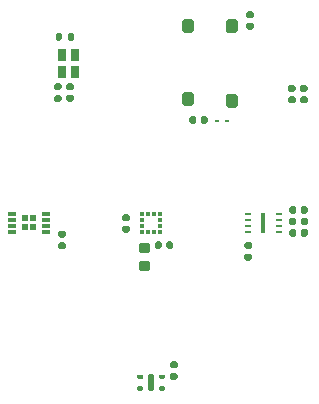
<source format=gbp>
G04 #@! TF.GenerationSoftware,KiCad,Pcbnew,(5.1.7)-1*
G04 #@! TF.CreationDate,2020-11-04T19:15:34+01:00*
G04 #@! TF.ProjectId,generic_node,67656e65-7269-4635-9f6e-6f64652e6b69,2.0.2*
G04 #@! TF.SameCoordinates,PX510ff40PY6422c40*
G04 #@! TF.FileFunction,Paste,Bot*
G04 #@! TF.FilePolarity,Positive*
%FSLAX46Y46*%
G04 Gerber Fmt 4.6, Leading zero omitted, Abs format (unit mm)*
G04 Created by KiCad (PCBNEW (5.1.7)-1) date 2020-11-04 19:15:34*
%MOMM*%
%LPD*%
G01*
G04 APERTURE LIST*
%ADD10R,0.375000X0.350000*%
%ADD11R,0.350000X0.375000*%
%ADD12R,0.750000X0.300000*%
%ADD13R,0.500000X0.600000*%
%ADD14R,0.300000X1.700000*%
%ADD15R,0.600000X0.270000*%
%ADD16R,0.800000X1.000000*%
%ADD17R,0.360000X0.250000*%
G04 APERTURE END LIST*
D10*
X-754500Y-13288803D03*
X-754500Y-13788803D03*
X770500Y-13788803D03*
X770500Y-13288803D03*
D11*
X-742000Y-14301303D03*
X-742000Y-12776303D03*
X758000Y-14301303D03*
X758000Y-12776303D03*
X258000Y-14301303D03*
X-242000Y-14301303D03*
X258000Y-12776303D03*
X-242000Y-12776303D03*
D12*
X-11750000Y-14238803D03*
X-11750000Y-13738803D03*
X-11750000Y-13238803D03*
X-11750000Y-12738803D03*
X-8850000Y-12738803D03*
X-8850000Y-13238803D03*
X-8850000Y-13738803D03*
X-8850000Y-14238803D03*
D13*
X-10625000Y-13863803D03*
X-10625000Y-13113803D03*
X-9975000Y-13863803D03*
X-9975000Y-13113803D03*
G36*
G01*
X275400Y-26437900D02*
X275400Y-27587900D01*
G75*
G02*
X150400Y-27712900I-125000J0D01*
G01*
X-99600Y-27712900D01*
G75*
G02*
X-224600Y-27587900I0J125000D01*
G01*
X-224600Y-26437900D01*
G75*
G02*
X-99600Y-26312900I125000J0D01*
G01*
X150400Y-26312900D01*
G75*
G02*
X275400Y-26437900I0J-125000D01*
G01*
G37*
G36*
G01*
X-1174600Y-26600400D02*
X-1174600Y-26425400D01*
G75*
G02*
X-1087100Y-26337900I87500J0D01*
G01*
X-712100Y-26337900D01*
G75*
G02*
X-624600Y-26425400I0J-87500D01*
G01*
X-624600Y-26600400D01*
G75*
G02*
X-712100Y-26687900I-87500J0D01*
G01*
X-1087100Y-26687900D01*
G75*
G02*
X-1174600Y-26600400I0J87500D01*
G01*
G37*
G36*
G01*
X-1174600Y-27600400D02*
X-1174600Y-27425400D01*
G75*
G02*
X-1087100Y-27337900I87500J0D01*
G01*
X-712100Y-27337900D01*
G75*
G02*
X-624600Y-27425400I0J-87500D01*
G01*
X-624600Y-27600400D01*
G75*
G02*
X-712100Y-27687900I-87500J0D01*
G01*
X-1087100Y-27687900D01*
G75*
G02*
X-1174600Y-27600400I0J87500D01*
G01*
G37*
G36*
G01*
X1225400Y-27425400D02*
X1225400Y-27600400D01*
G75*
G02*
X1137900Y-27687900I-87500J0D01*
G01*
X762900Y-27687900D01*
G75*
G02*
X675400Y-27600400I0J87500D01*
G01*
X675400Y-27425400D01*
G75*
G02*
X762900Y-27337900I87500J0D01*
G01*
X1137900Y-27337900D01*
G75*
G02*
X1225400Y-27425400I0J-87500D01*
G01*
G37*
G36*
G01*
X1225400Y-26425400D02*
X1225400Y-26600400D01*
G75*
G02*
X1137900Y-26687900I-87500J0D01*
G01*
X762900Y-26687900D01*
G75*
G02*
X675400Y-26600400I0J87500D01*
G01*
X675400Y-26425400D01*
G75*
G02*
X762900Y-26337900I87500J0D01*
G01*
X1137900Y-26337900D01*
G75*
G02*
X1225400Y-26425400I0J-87500D01*
G01*
G37*
D14*
X9512000Y-13527000D03*
D15*
X10812000Y-14277000D03*
X10812000Y-13777000D03*
X10812000Y-13277000D03*
X10812000Y-12777000D03*
X8212000Y-12777000D03*
X8212000Y-13277000D03*
X8212000Y-13777000D03*
X8212000Y-14277000D03*
G36*
G01*
X-7680000Y-3245000D02*
X-8050000Y-3245000D01*
G75*
G02*
X-8185000Y-3110000I0J135000D01*
G01*
X-8185000Y-2840000D01*
G75*
G02*
X-8050000Y-2705000I135000J0D01*
G01*
X-7680000Y-2705000D01*
G75*
G02*
X-7545000Y-2840000I0J-135000D01*
G01*
X-7545000Y-3110000D01*
G75*
G02*
X-7680000Y-3245000I-135000J0D01*
G01*
G37*
G36*
G01*
X-7680000Y-2225000D02*
X-8050000Y-2225000D01*
G75*
G02*
X-8185000Y-2090000I0J135000D01*
G01*
X-8185000Y-1820000D01*
G75*
G02*
X-8050000Y-1685000I135000J0D01*
G01*
X-7680000Y-1685000D01*
G75*
G02*
X-7545000Y-1820000I0J-135000D01*
G01*
X-7545000Y-2090000D01*
G75*
G02*
X-7680000Y-2225000I-135000J0D01*
G01*
G37*
G36*
G01*
X1874000Y-15201000D02*
X1874000Y-15541000D01*
G75*
G02*
X1734000Y-15681000I-140000J0D01*
G01*
X1454000Y-15681000D01*
G75*
G02*
X1314000Y-15541000I0J140000D01*
G01*
X1314000Y-15201000D01*
G75*
G02*
X1454000Y-15061000I140000J0D01*
G01*
X1734000Y-15061000D01*
G75*
G02*
X1874000Y-15201000I0J-140000D01*
G01*
G37*
G36*
G01*
X914000Y-15201000D02*
X914000Y-15541000D01*
G75*
G02*
X774000Y-15681000I-140000J0D01*
G01*
X494000Y-15681000D01*
G75*
G02*
X354000Y-15541000I0J140000D01*
G01*
X354000Y-15201000D01*
G75*
G02*
X494000Y-15061000I140000J0D01*
G01*
X774000Y-15061000D01*
G75*
G02*
X914000Y-15201000I0J-140000D01*
G01*
G37*
G36*
G01*
X-280000Y-17605000D02*
X-780000Y-17605000D01*
G75*
G02*
X-1005000Y-17380000I0J225000D01*
G01*
X-1005000Y-16930000D01*
G75*
G02*
X-780000Y-16705000I225000J0D01*
G01*
X-280000Y-16705000D01*
G75*
G02*
X-55000Y-16930000I0J-225000D01*
G01*
X-55000Y-17380000D01*
G75*
G02*
X-280000Y-17605000I-225000J0D01*
G01*
G37*
G36*
G01*
X-280000Y-16055000D02*
X-780000Y-16055000D01*
G75*
G02*
X-1005000Y-15830000I0J225000D01*
G01*
X-1005000Y-15380000D01*
G75*
G02*
X-780000Y-15155000I225000J0D01*
G01*
X-280000Y-15155000D01*
G75*
G02*
X-55000Y-15380000I0J-225000D01*
G01*
X-55000Y-15830000D01*
G75*
G02*
X-280000Y-16055000I-225000J0D01*
G01*
G37*
G36*
G01*
X12320000Y-14157500D02*
X12320000Y-14502500D01*
G75*
G02*
X12172500Y-14650000I-147500J0D01*
G01*
X11877500Y-14650000D01*
G75*
G02*
X11730000Y-14502500I0J147500D01*
G01*
X11730000Y-14157500D01*
G75*
G02*
X11877500Y-14010000I147500J0D01*
G01*
X12172500Y-14010000D01*
G75*
G02*
X12320000Y-14157500I0J-147500D01*
G01*
G37*
G36*
G01*
X13290000Y-14157500D02*
X13290000Y-14502500D01*
G75*
G02*
X13142500Y-14650000I-147500J0D01*
G01*
X12847500Y-14650000D01*
G75*
G02*
X12700000Y-14502500I0J147500D01*
G01*
X12700000Y-14157500D01*
G75*
G02*
X12847500Y-14010000I147500J0D01*
G01*
X13142500Y-14010000D01*
G75*
G02*
X13290000Y-14157500I0J-147500D01*
G01*
G37*
G36*
G01*
X-2267500Y-13749000D02*
X-1922500Y-13749000D01*
G75*
G02*
X-1775000Y-13896500I0J-147500D01*
G01*
X-1775000Y-14191500D01*
G75*
G02*
X-1922500Y-14339000I-147500J0D01*
G01*
X-2267500Y-14339000D01*
G75*
G02*
X-2415000Y-14191500I0J147500D01*
G01*
X-2415000Y-13896500D01*
G75*
G02*
X-2267500Y-13749000I147500J0D01*
G01*
G37*
G36*
G01*
X-2267500Y-12779000D02*
X-1922500Y-12779000D01*
G75*
G02*
X-1775000Y-12926500I0J-147500D01*
G01*
X-1775000Y-13221500D01*
G75*
G02*
X-1922500Y-13369000I-147500J0D01*
G01*
X-2267500Y-13369000D01*
G75*
G02*
X-2415000Y-13221500I0J147500D01*
G01*
X-2415000Y-12926500D01*
G75*
G02*
X-2267500Y-12779000I147500J0D01*
G01*
G37*
G36*
G01*
X1780500Y-25229000D02*
X2125500Y-25229000D01*
G75*
G02*
X2273000Y-25376500I0J-147500D01*
G01*
X2273000Y-25671500D01*
G75*
G02*
X2125500Y-25819000I-147500J0D01*
G01*
X1780500Y-25819000D01*
G75*
G02*
X1633000Y-25671500I0J147500D01*
G01*
X1633000Y-25376500D01*
G75*
G02*
X1780500Y-25229000I147500J0D01*
G01*
G37*
G36*
G01*
X1780500Y-26199000D02*
X2125500Y-26199000D01*
G75*
G02*
X2273000Y-26346500I0J-147500D01*
G01*
X2273000Y-26641500D01*
G75*
G02*
X2125500Y-26789000I-147500J0D01*
G01*
X1780500Y-26789000D01*
G75*
G02*
X1633000Y-26641500I0J147500D01*
G01*
X1633000Y-26346500D01*
G75*
G02*
X1780500Y-26199000I147500J0D01*
G01*
G37*
G36*
G01*
X-7347500Y-15730000D02*
X-7692500Y-15730000D01*
G75*
G02*
X-7840000Y-15582500I0J147500D01*
G01*
X-7840000Y-15287500D01*
G75*
G02*
X-7692500Y-15140000I147500J0D01*
G01*
X-7347500Y-15140000D01*
G75*
G02*
X-7200000Y-15287500I0J-147500D01*
G01*
X-7200000Y-15582500D01*
G75*
G02*
X-7347500Y-15730000I-147500J0D01*
G01*
G37*
G36*
G01*
X-7347500Y-14760000D02*
X-7692500Y-14760000D01*
G75*
G02*
X-7840000Y-14612500I0J147500D01*
G01*
X-7840000Y-14317500D01*
G75*
G02*
X-7692500Y-14170000I147500J0D01*
G01*
X-7347500Y-14170000D01*
G75*
G02*
X-7200000Y-14317500I0J-147500D01*
G01*
X-7200000Y-14612500D01*
G75*
G02*
X-7347500Y-14760000I-147500J0D01*
G01*
G37*
G36*
G01*
X3271000Y-4947500D02*
X3271000Y-4602500D01*
G75*
G02*
X3418500Y-4455000I147500J0D01*
G01*
X3713500Y-4455000D01*
G75*
G02*
X3861000Y-4602500I0J-147500D01*
G01*
X3861000Y-4947500D01*
G75*
G02*
X3713500Y-5095000I-147500J0D01*
G01*
X3418500Y-5095000D01*
G75*
G02*
X3271000Y-4947500I0J147500D01*
G01*
G37*
G36*
G01*
X4241000Y-4947500D02*
X4241000Y-4602500D01*
G75*
G02*
X4388500Y-4455000I147500J0D01*
G01*
X4683500Y-4455000D01*
G75*
G02*
X4831000Y-4602500I0J-147500D01*
G01*
X4831000Y-4947500D01*
G75*
G02*
X4683500Y-5095000I-147500J0D01*
G01*
X4388500Y-5095000D01*
G75*
G02*
X4241000Y-4947500I0J147500D01*
G01*
G37*
G36*
G01*
X13294000Y-13196500D02*
X13294000Y-13541500D01*
G75*
G02*
X13146500Y-13689000I-147500J0D01*
G01*
X12851500Y-13689000D01*
G75*
G02*
X12704000Y-13541500I0J147500D01*
G01*
X12704000Y-13196500D01*
G75*
G02*
X12851500Y-13049000I147500J0D01*
G01*
X13146500Y-13049000D01*
G75*
G02*
X13294000Y-13196500I0J-147500D01*
G01*
G37*
G36*
G01*
X12324000Y-13196500D02*
X12324000Y-13541500D01*
G75*
G02*
X12176500Y-13689000I-147500J0D01*
G01*
X11881500Y-13689000D01*
G75*
G02*
X11734000Y-13541500I0J147500D01*
G01*
X11734000Y-13196500D01*
G75*
G02*
X11881500Y-13049000I147500J0D01*
G01*
X12176500Y-13049000D01*
G75*
G02*
X12324000Y-13196500I0J-147500D01*
G01*
G37*
G36*
G01*
X12781500Y-1808000D02*
X13126500Y-1808000D01*
G75*
G02*
X13274000Y-1955500I0J-147500D01*
G01*
X13274000Y-2250500D01*
G75*
G02*
X13126500Y-2398000I-147500J0D01*
G01*
X12781500Y-2398000D01*
G75*
G02*
X12634000Y-2250500I0J147500D01*
G01*
X12634000Y-1955500D01*
G75*
G02*
X12781500Y-1808000I147500J0D01*
G01*
G37*
G36*
G01*
X12781500Y-2778000D02*
X13126500Y-2778000D01*
G75*
G02*
X13274000Y-2925500I0J-147500D01*
G01*
X13274000Y-3220500D01*
G75*
G02*
X13126500Y-3368000I-147500J0D01*
G01*
X12781500Y-3368000D01*
G75*
G02*
X12634000Y-3220500I0J147500D01*
G01*
X12634000Y-2925500D01*
G75*
G02*
X12781500Y-2778000I147500J0D01*
G01*
G37*
G36*
G01*
X13280000Y-12227500D02*
X13280000Y-12572500D01*
G75*
G02*
X13132500Y-12720000I-147500J0D01*
G01*
X12837500Y-12720000D01*
G75*
G02*
X12690000Y-12572500I0J147500D01*
G01*
X12690000Y-12227500D01*
G75*
G02*
X12837500Y-12080000I147500J0D01*
G01*
X13132500Y-12080000D01*
G75*
G02*
X13280000Y-12227500I0J-147500D01*
G01*
G37*
G36*
G01*
X12310000Y-12227500D02*
X12310000Y-12572500D01*
G75*
G02*
X12162500Y-12720000I-147500J0D01*
G01*
X11867500Y-12720000D01*
G75*
G02*
X11720000Y-12572500I0J147500D01*
G01*
X11720000Y-12227500D01*
G75*
G02*
X11867500Y-12080000I147500J0D01*
G01*
X12162500Y-12080000D01*
G75*
G02*
X12310000Y-12227500I0J-147500D01*
G01*
G37*
G36*
G01*
X8237500Y3450000D02*
X8582500Y3450000D01*
G75*
G02*
X8730000Y3302500I0J-147500D01*
G01*
X8730000Y3007500D01*
G75*
G02*
X8582500Y2860000I-147500J0D01*
G01*
X8237500Y2860000D01*
G75*
G02*
X8090000Y3007500I0J147500D01*
G01*
X8090000Y3302500D01*
G75*
G02*
X8237500Y3450000I147500J0D01*
G01*
G37*
G36*
G01*
X8237500Y4420000D02*
X8582500Y4420000D01*
G75*
G02*
X8730000Y4272500I0J-147500D01*
G01*
X8730000Y3977500D01*
G75*
G02*
X8582500Y3830000I-147500J0D01*
G01*
X8237500Y3830000D01*
G75*
G02*
X8090000Y3977500I0J147500D01*
G01*
X8090000Y4272500D01*
G75*
G02*
X8237500Y4420000I147500J0D01*
G01*
G37*
G36*
G01*
X-6676500Y-3245000D02*
X-7021500Y-3245000D01*
G75*
G02*
X-7169000Y-3097500I0J147500D01*
G01*
X-7169000Y-2802500D01*
G75*
G02*
X-7021500Y-2655000I147500J0D01*
G01*
X-6676500Y-2655000D01*
G75*
G02*
X-6529000Y-2802500I0J-147500D01*
G01*
X-6529000Y-3097500D01*
G75*
G02*
X-6676500Y-3245000I-147500J0D01*
G01*
G37*
G36*
G01*
X-6676500Y-2275000D02*
X-7021500Y-2275000D01*
G75*
G02*
X-7169000Y-2127500I0J147500D01*
G01*
X-7169000Y-1832500D01*
G75*
G02*
X-7021500Y-1685000I147500J0D01*
G01*
X-6676500Y-1685000D01*
G75*
G02*
X-6529000Y-1832500I0J-147500D01*
G01*
X-6529000Y-2127500D01*
G75*
G02*
X-6676500Y-2275000I-147500J0D01*
G01*
G37*
D16*
X-6450000Y750000D03*
X-6450000Y-750000D03*
X-7550000Y-750000D03*
X-7550000Y750000D03*
G36*
G01*
X8422500Y-15710000D02*
X8077500Y-15710000D01*
G75*
G02*
X7930000Y-15562500I0J147500D01*
G01*
X7930000Y-15267500D01*
G75*
G02*
X8077500Y-15120000I147500J0D01*
G01*
X8422500Y-15120000D01*
G75*
G02*
X8570000Y-15267500I0J-147500D01*
G01*
X8570000Y-15562500D01*
G75*
G02*
X8422500Y-15710000I-147500J0D01*
G01*
G37*
G36*
G01*
X8422500Y-16680000D02*
X8077500Y-16680000D01*
G75*
G02*
X7930000Y-16532500I0J147500D01*
G01*
X7930000Y-16237500D01*
G75*
G02*
X8077500Y-16090000I147500J0D01*
G01*
X8422500Y-16090000D01*
G75*
G02*
X8570000Y-16237500I0J-147500D01*
G01*
X8570000Y-16532500D01*
G75*
G02*
X8422500Y-16680000I-147500J0D01*
G01*
G37*
G36*
G01*
X12110500Y-2398000D02*
X11765500Y-2398000D01*
G75*
G02*
X11618000Y-2250500I0J147500D01*
G01*
X11618000Y-1955500D01*
G75*
G02*
X11765500Y-1808000I147500J0D01*
G01*
X12110500Y-1808000D01*
G75*
G02*
X12258000Y-1955500I0J-147500D01*
G01*
X12258000Y-2250500D01*
G75*
G02*
X12110500Y-2398000I-147500J0D01*
G01*
G37*
G36*
G01*
X12110500Y-3368000D02*
X11765500Y-3368000D01*
G75*
G02*
X11618000Y-3220500I0J147500D01*
G01*
X11618000Y-2925500D01*
G75*
G02*
X11765500Y-2778000I147500J0D01*
G01*
X12110500Y-2778000D01*
G75*
G02*
X12258000Y-2925500I0J-147500D01*
G01*
X12258000Y-3220500D01*
G75*
G02*
X12110500Y-3368000I-147500J0D01*
G01*
G37*
D17*
X5599500Y-4838500D03*
X6439500Y-4838500D03*
G36*
G01*
X-8065000Y2074000D02*
X-8065000Y2444000D01*
G75*
G02*
X-7930000Y2579000I135000J0D01*
G01*
X-7660000Y2579000D01*
G75*
G02*
X-7525000Y2444000I0J-135000D01*
G01*
X-7525000Y2074000D01*
G75*
G02*
X-7660000Y1939000I-135000J0D01*
G01*
X-7930000Y1939000D01*
G75*
G02*
X-8065000Y2074000I0J135000D01*
G01*
G37*
G36*
G01*
X-7045000Y2074000D02*
X-7045000Y2444000D01*
G75*
G02*
X-6910000Y2579000I135000J0D01*
G01*
X-6640000Y2579000D01*
G75*
G02*
X-6505000Y2444000I0J-135000D01*
G01*
X-6505000Y2074000D01*
G75*
G02*
X-6640000Y1939000I-135000J0D01*
G01*
X-6910000Y1939000D01*
G75*
G02*
X-7045000Y2074000I0J135000D01*
G01*
G37*
G36*
G01*
X7150000Y-3750000D02*
X6550000Y-3750000D01*
G75*
G02*
X6350000Y-3550000I0J200000D01*
G01*
X6350000Y-2750000D01*
G75*
G02*
X6550000Y-2550000I200000J0D01*
G01*
X7150000Y-2550000D01*
G75*
G02*
X7350000Y-2750000I0J-200000D01*
G01*
X7350000Y-3550000D01*
G75*
G02*
X7150000Y-3750000I-200000J0D01*
G01*
G37*
G36*
G01*
X7150000Y2550000D02*
X6550000Y2550000D01*
G75*
G02*
X6350000Y2750000I0J200000D01*
G01*
X6350000Y3550000D01*
G75*
G02*
X6550000Y3750000I200000J0D01*
G01*
X7150000Y3750000D01*
G75*
G02*
X7350000Y3550000I0J-200000D01*
G01*
X7350000Y2750000D01*
G75*
G02*
X7150000Y2550000I-200000J0D01*
G01*
G37*
G36*
G01*
X3450000Y-3600000D02*
X2850000Y-3600000D01*
G75*
G02*
X2650000Y-3400000I0J200000D01*
G01*
X2650000Y-2600000D01*
G75*
G02*
X2850000Y-2400000I200000J0D01*
G01*
X3450000Y-2400000D01*
G75*
G02*
X3650000Y-2600000I0J-200000D01*
G01*
X3650000Y-3400000D01*
G75*
G02*
X3450000Y-3600000I-200000J0D01*
G01*
G37*
G36*
G01*
X3450000Y2550000D02*
X2850000Y2550000D01*
G75*
G02*
X2650000Y2750000I0J200000D01*
G01*
X2650000Y3550000D01*
G75*
G02*
X2850000Y3750000I200000J0D01*
G01*
X3450000Y3750000D01*
G75*
G02*
X3650000Y3550000I0J-200000D01*
G01*
X3650000Y2750000D01*
G75*
G02*
X3450000Y2550000I-200000J0D01*
G01*
G37*
M02*

</source>
